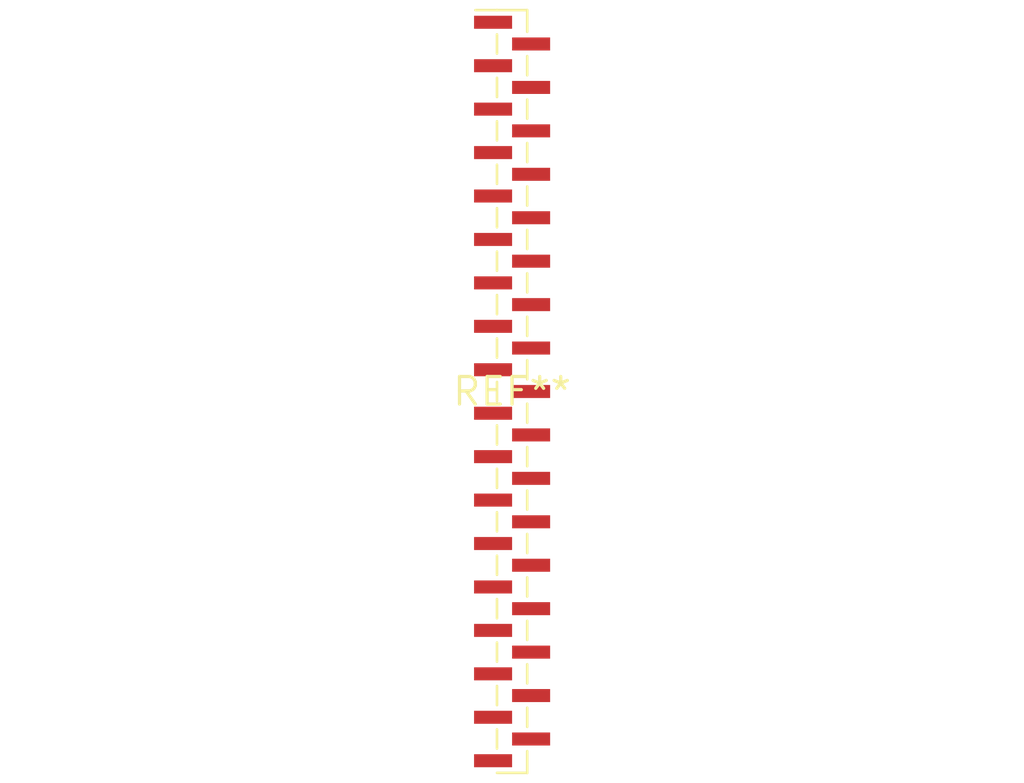
<source format=kicad_pcb>
(kicad_pcb (version 20240108) (generator pcbnew)
  (layers (0 "F.Cu" signal) (31 "B.Cu" signal) (34 "B.Paste" user) (35 "F.Paste" user) (36 "B.SilkS" user "B.Silkscreen") (37 "F.SilkS" user "F.Silkscreen") (38 "B.Mask" user) (39 "F.Mask" user) (44 "Edge.Cuts" user))
  (net 0 "")
  (footprint "PinHeader_1x35_P1.00mm_Vertical_SMD_Pin1Left" (layer "F.Cu") (at 0 0)
    (property "Reference" "REF**")
    (property "Value" "PinHeader_1x35_P1.00mm_Vertical_SMD_Pin1Left")
    (fp_line (start -0.695 -17.56) (end -1.69 -17.56) (layer "F.SilkS") (stroke (width 0.12)))
    (fp_line (start -0.695 -17.56) (end -0.695 -17.56) (layer "F.SilkS") (stroke (width 0.12)))
    (fp_line (start -0.695 -17.56) (end 0.695 -17.56) (layer "F.SilkS") (stroke (width 0.12)))
    (fp_line (start -0.695 -16.44) (end -0.695 -15.56) (layer "F.SilkS") (stroke (width 0.12)))
    (fp_line (start -0.695 -14.44) (end -0.695 -13.56) (layer "F.SilkS") (stroke (width 0.12)))
    (fp_line (start -0.695 -12.44) (end -0.695 -11.56) (layer "F.SilkS") (stroke (width 0.12)))
    (fp_line (start -0.695 -10.44) (end -0.695 -9.56) (layer "F.SilkS") (stroke (width 0.12)))
    (fp_line (start -0.695 -8.44) (end -0.695 -7.56) (layer "F.SilkS") (stroke (width 0.12)))
    (fp_line (start -0.695 -6.44) (end -0.695 -5.56) (layer "F.SilkS") (stroke (width 0.12)))
    (fp_line (start -0.695 -4.44) (end -0.695 -3.56) (layer "F.SilkS") (stroke (width 0.12)))
    (fp_line (start -0.695 -2.44) (end -0.695 -1.56) (layer "F.SilkS") (stroke (width 0.12)))
    (fp_line (start -0.695 -0.44) (end -0.695 0.44) (layer "F.SilkS") (stroke (width 0.12)))
    (fp_line (start -0.695 1.56) (end -0.695 2.44) (layer "F.SilkS") (stroke (width 0.12)))
    (fp_line (start -0.695 3.56) (end -0.695 4.44) (layer "F.SilkS") (stroke (width 0.12)))
    (fp_line (start -0.695 5.56) (end -0.695 6.44) (layer "F.SilkS") (stroke (width 0.12)))
    (fp_line (start -0.695 7.56) (end -0.695 8.44) (layer "F.SilkS") (stroke (width 0.12)))
    (fp_line (start -0.695 9.56) (end -0.695 10.44) (layer "F.SilkS") (stroke (width 0.12)))
    (fp_line (start -0.695 11.56) (end -0.695 12.44) (layer "F.SilkS") (stroke (width 0.12)))
    (fp_line (start -0.695 13.56) (end -0.695 14.44) (layer "F.SilkS") (stroke (width 0.12)))
    (fp_line (start -0.695 15.56) (end -0.695 16.44) (layer "F.SilkS") (stroke (width 0.12)))
    (fp_line (start -0.695 17.56) (end 0.695 17.56) (layer "F.SilkS") (stroke (width 0.12)))
    (fp_line (start 0.695 -17.56) (end 0.695 -16.56) (layer "F.SilkS") (stroke (width 0.12)))
    (fp_line (start 0.695 -15.44) (end 0.695 -14.56) (layer "F.SilkS") (stroke (width 0.12)))
    (fp_line (start 0.695 -13.44) (end 0.695 -12.56) (layer "F.SilkS") (stroke (width 0.12)))
    (fp_line (start 0.695 -11.44) (end 0.695 -10.56) (layer "F.SilkS") (stroke (width 0.12)))
    (fp_line (start 0.695 -9.44) (end 0.695 -8.56) (layer "F.SilkS") (stroke (width 0.12)))
    (fp_line (start 0.695 -7.44) (end 0.695 -6.56) (layer "F.SilkS") (stroke (width 0.12)))
    (fp_line (start 0.695 -5.44) (end 0.695 -4.56) (layer "F.SilkS") (stroke (width 0.12)))
    (fp_line (start 0.695 -3.44) (end 0.695 -2.56) (layer "F.SilkS") (stroke (width 0.12)))
    (fp_line (start 0.695 -1.44) (end 0.695 -0.56) (layer "F.SilkS") (stroke (width 0.12)))
    (fp_line (start 0.695 0.56) (end 0.695 1.44) (layer "F.SilkS") (stroke (width 0.12)))
    (fp_line (start 0.695 2.56) (end 0.695 3.44) (layer "F.SilkS") (stroke (width 0.12)))
    (fp_line (start 0.695 4.56) (end 0.695 5.44) (layer "F.SilkS") (stroke (width 0.12)))
    (fp_line (start 0.695 6.56) (end 0.695 7.44) (layer "F.SilkS") (stroke (width 0.12)))
    (fp_line (start 0.695 8.56) (end 0.695 9.44) (layer "F.SilkS") (stroke (width 0.12)))
    (fp_line (start 0.695 10.56) (end 0.695 11.44) (layer "F.SilkS") (stroke (width 0.12)))
    (fp_line (start 0.695 12.56) (end 0.695 13.44) (layer "F.SilkS") (stroke (width 0.12)))
    (fp_line (start 0.695 14.56) (end 0.695 15.44) (layer "F.SilkS") (stroke (width 0.12)))
    (fp_line (start 0.695 16.56) (end 0.695 17.56) (layer "F.SilkS") (stroke (width 0.12)))
    (fp_line (start 0.695 17.56) (end 0.695 17.56) (layer "F.SilkS") (stroke (width 0.12)))
    (pad "1" smd rect (at -0.875 -17) (size 1.75 0.6) (layers "F.Cu" "F.Paste" "F.Mask"))
    (pad "2" smd rect (at 0.875 -16) (size 1.75 0.6) (layers "F.Cu" "F.Paste" "F.Mask"))
    (pad "3" smd rect (at -0.875 -15) (size 1.75 0.6) (layers "F.Cu" "F.Paste" "F.Mask"))
    (pad "4" smd rect (at 0.875 -14) (size 1.75 0.6) (layers "F.Cu" "F.Paste" "F.Mask"))
    (pad "5" smd rect (at -0.875 -13) (size 1.75 0.6) (layers "F.Cu" "F.Paste" "F.Mask"))
    (pad "6" smd rect (at 0.875 -12) (size 1.75 0.6) (layers "F.Cu" "F.Paste" "F.Mask"))
    (pad "7" smd rect (at -0.875 -11) (size 1.75 0.6) (layers "F.Cu" "F.Paste" "F.Mask"))
    (pad "8" smd rect (at 0.875 -10) (size 1.75 0.6) (layers "F.Cu" "F.Paste" "F.Mask"))
    (pad "9" smd rect (at -0.875 -9) (size 1.75 0.6) (layers "F.Cu" "F.Paste" "F.Mask"))
    (pad "10" smd rect (at 0.875 -8) (size 1.75 0.6) (layers "F.Cu" "F.Paste" "F.Mask"))
    (pad "11" smd rect (at -0.875 -7) (size 1.75 0.6) (layers "F.Cu" "F.Paste" "F.Mask"))
    (pad "12" smd rect (at 0.875 -6) (size 1.75 0.6) (layers "F.Cu" "F.Paste" "F.Mask"))
    (pad "13" smd rect (at -0.875 -5) (size 1.75 0.6) (layers "F.Cu" "F.Paste" "F.Mask"))
    (pad "14" smd rect (at 0.875 -4) (size 1.75 0.6) (layers "F.Cu" "F.Paste" "F.Mask"))
    (pad "15" smd rect (at -0.875 -3) (size 1.75 0.6) (layers "F.Cu" "F.Paste" "F.Mask"))
    (pad "16" smd rect (at 0.875 -2) (size 1.75 0.6) (layers "F.Cu" "F.Paste" "F.Mask"))
    (pad "17" smd rect (at -0.875 -1) (size 1.75 0.6) (layers "F.Cu" "F.Paste" "F.Mask"))
    (pad "18" smd rect (at 0.875 0) (size 1.75 0.6) (layers "F.Cu" "F.Paste" "F.Mask"))
    (pad "19" smd rect (at -0.875 1) (size 1.75 0.6) (layers "F.Cu" "F.Paste" "F.Mask"))
    (pad "20" smd rect (at 0.875 2) (size 1.75 0.6) (layers "F.Cu" "F.Paste" "F.Mask"))
    (pad "21" smd rect (at -0.875 3) (size 1.75 0.6) (layers "F.Cu" "F.Paste" "F.Mask"))
    (pad "22" smd rect (at 0.875 4) (size 1.75 0.6) (layers "F.Cu" "F.Paste" "F.Mask"))
    (pad "23" smd rect (at -0.875 5) (size 1.75 0.6) (layers "F.Cu" "F.Paste" "F.Mask"))
    (pad "24" smd rect (at 0.875 6) (size 1.75 0.6) (layers "F.Cu" "F.Paste" "F.Mask"))
    (pad "25" smd rect (at -0.875 7) (size 1.75 0.6) (layers "F.Cu" "F.Paste" "F.Mask"))
    (pad "26" smd rect (at 0.875 8) (size 1.75 0.6) (layers "F.Cu" "F.Paste" "F.Mask"))
    (pad "27" smd rect (at -0.875 9) (size 1.75 0.6) (layers "F.Cu" "F.Paste" "F.Mask"))
    (pad "28" smd rect (at 0.875 10) (size 1.75 0.6) (layers "F.Cu" "F.Paste" "F.Mask"))
    (pad "29" smd rect (at -0.875 11) (size 1.75 0.6) (layers "F.Cu" "F.Paste" "F.Mask"))
    (pad "30" smd rect (at 0.875 12) (size 1.75 0.6) (layers "F.Cu" "F.Paste" "F.Mask"))
    (pad "31" smd rect (at -0.875 13) (size 1.75 0.6) (layers "F.Cu" "F.Paste" "F.Mask"))
    (pad "32" smd rect (at 0.875 14) (size 1.75 0.6) (layers "F.Cu" "F.Paste" "F.Mask"))
    (pad "33" smd rect (at -0.875 15) (size 1.75 0.6) (layers "F.Cu" "F.Paste" "F.Mask"))
    (pad "34" smd rect (at 0.875 16) (size 1.75 0.6) (layers "F.Cu" "F.Paste" "F.Mask"))
    (pad "35" smd rect (at -0.875 17) (size 1.75 0.6) (layers "F.Cu" "F.Paste" "F.Mask"))
  )
)
</source>
